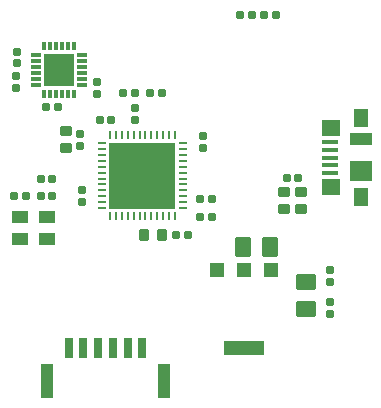
<source format=gtp>
G04*
G04 #@! TF.GenerationSoftware,Altium Limited,Altium Designer,23.8.1 (32)*
G04*
G04 Layer_Color=8421504*
%FSLAX44Y44*%
%MOMM*%
G71*
G04*
G04 #@! TF.SameCoordinates,14F6A229-880D-4016-A75C-DA76C30DB968*
G04*
G04*
G04 #@! TF.FilePolarity,Positive*
G04*
G01*
G75*
G04:AMPARAMS|DCode=15|XSize=0.6mm|YSize=0.7mm|CornerRadius=0.075mm|HoleSize=0mm|Usage=FLASHONLY|Rotation=0.000|XOffset=0mm|YOffset=0mm|HoleType=Round|Shape=RoundedRectangle|*
%AMROUNDEDRECTD15*
21,1,0.6000,0.5500,0,0,0.0*
21,1,0.4500,0.7000,0,0,0.0*
1,1,0.1500,0.2250,-0.2750*
1,1,0.1500,-0.2250,-0.2750*
1,1,0.1500,-0.2250,0.2750*
1,1,0.1500,0.2250,0.2750*
%
%ADD15ROUNDEDRECTD15*%
%ADD16O,0.8000X0.2500*%
%ADD17O,0.2500X0.8000*%
%ADD18R,5.6000X5.6000*%
G04:AMPARAMS|DCode=19|XSize=0.8mm|YSize=1mm|CornerRadius=0.1mm|HoleSize=0mm|Usage=FLASHONLY|Rotation=90.000|XOffset=0mm|YOffset=0mm|HoleType=Round|Shape=RoundedRectangle|*
%AMROUNDEDRECTD19*
21,1,0.8000,0.8000,0,0,90.0*
21,1,0.6000,1.0000,0,0,90.0*
1,1,0.2000,0.4000,0.3000*
1,1,0.2000,0.4000,-0.3000*
1,1,0.2000,-0.4000,-0.3000*
1,1,0.2000,-0.4000,0.3000*
%
%ADD19ROUNDEDRECTD19*%
G04:AMPARAMS|DCode=20|XSize=0.6mm|YSize=0.7mm|CornerRadius=0.075mm|HoleSize=0mm|Usage=FLASHONLY|Rotation=90.000|XOffset=0mm|YOffset=0mm|HoleType=Round|Shape=RoundedRectangle|*
%AMROUNDEDRECTD20*
21,1,0.6000,0.5500,0,0,90.0*
21,1,0.4500,0.7000,0,0,90.0*
1,1,0.1500,0.2750,0.2250*
1,1,0.1500,0.2750,-0.2250*
1,1,0.1500,-0.2750,-0.2250*
1,1,0.1500,-0.2750,0.2250*
%
%ADD20ROUNDEDRECTD20*%
%ADD21R,1.3000X1.6500*%
%ADD22R,1.9000X1.8000*%
%ADD23R,1.9000X1.0000*%
%ADD24R,1.5500X1.4250*%
%ADD25R,1.3800X0.4500*%
%ADD26R,1.2500X1.2500*%
%ADD27R,3.5000X1.2500*%
G04:AMPARAMS|DCode=28|XSize=1.4mm|YSize=1.7mm|CornerRadius=0.175mm|HoleSize=0mm|Usage=FLASHONLY|Rotation=270.000|XOffset=0mm|YOffset=0mm|HoleType=Round|Shape=RoundedRectangle|*
%AMROUNDEDRECTD28*
21,1,1.4000,1.3500,0,0,270.0*
21,1,1.0500,1.7000,0,0,270.0*
1,1,0.3500,-0.6750,-0.5250*
1,1,0.3500,-0.6750,0.5250*
1,1,0.3500,0.6750,0.5250*
1,1,0.3500,0.6750,-0.5250*
%
%ADD28ROUNDEDRECTD28*%
G04:AMPARAMS|DCode=29|XSize=1.4mm|YSize=1.7mm|CornerRadius=0.175mm|HoleSize=0mm|Usage=FLASHONLY|Rotation=180.000|XOffset=0mm|YOffset=0mm|HoleType=Round|Shape=RoundedRectangle|*
%AMROUNDEDRECTD29*
21,1,1.4000,1.3500,0,0,180.0*
21,1,1.0500,1.7000,0,0,180.0*
1,1,0.3500,-0.5250,0.6750*
1,1,0.3500,0.5250,0.6750*
1,1,0.3500,0.5250,-0.6750*
1,1,0.3500,-0.5250,-0.6750*
%
%ADD29ROUNDEDRECTD29*%
%ADD30R,0.3500X0.8000*%
%ADD31R,0.8500X0.3500*%
%ADD32R,2.6000X2.7000*%
G04:AMPARAMS|DCode=33|XSize=1.3mm|YSize=1.1mm|CornerRadius=0.055mm|HoleSize=0mm|Usage=FLASHONLY|Rotation=0.000|XOffset=0mm|YOffset=0mm|HoleType=Round|Shape=RoundedRectangle|*
%AMROUNDEDRECTD33*
21,1,1.3000,0.9900,0,0,0.0*
21,1,1.1900,1.1000,0,0,0.0*
1,1,0.1100,0.5950,-0.4950*
1,1,0.1100,-0.5950,-0.4950*
1,1,0.1100,-0.5950,0.4950*
1,1,0.1100,0.5950,0.4950*
%
%ADD33ROUNDEDRECTD33*%
G04:AMPARAMS|DCode=34|XSize=0.8mm|YSize=1mm|CornerRadius=0.1mm|HoleSize=0mm|Usage=FLASHONLY|Rotation=180.000|XOffset=0mm|YOffset=0mm|HoleType=Round|Shape=RoundedRectangle|*
%AMROUNDEDRECTD34*
21,1,0.8000,0.8000,0,0,180.0*
21,1,0.6000,1.0000,0,0,180.0*
1,1,0.2000,-0.3000,0.4000*
1,1,0.2000,0.3000,0.4000*
1,1,0.2000,0.3000,-0.4000*
1,1,0.2000,-0.3000,-0.4000*
%
%ADD34ROUNDEDRECTD34*%
%ADD35R,0.6500X1.7000*%
%ADD36R,1.0000X2.9000*%
D15*
X1053971Y845750D02*
D03*
X1043971D02*
D03*
X1033971Y846250D02*
D03*
X1023971D02*
D03*
X935000Y780000D02*
D03*
X925000D02*
D03*
X947500D02*
D03*
X957500D02*
D03*
X842500Y692500D02*
D03*
X832500D02*
D03*
X865000D02*
D03*
X855000D02*
D03*
X855000Y707500D02*
D03*
X865000D02*
D03*
X970000Y660000D02*
D03*
X980000D02*
D03*
X915000Y757500D02*
D03*
X905000D02*
D03*
X859500Y768000D02*
D03*
X869500D02*
D03*
X1073250Y708000D02*
D03*
X1063250D02*
D03*
X1000000Y675000D02*
D03*
X990000D02*
D03*
X1000000Y690000D02*
D03*
X990000D02*
D03*
D16*
X975270Y717510D02*
D03*
Y722510D02*
D03*
X907270Y737510D02*
D03*
Y732510D02*
D03*
Y727510D02*
D03*
Y722510D02*
D03*
Y717510D02*
D03*
Y712510D02*
D03*
Y707510D02*
D03*
Y702510D02*
D03*
Y697510D02*
D03*
Y692510D02*
D03*
Y687510D02*
D03*
Y682510D02*
D03*
X975270D02*
D03*
Y687510D02*
D03*
Y692510D02*
D03*
Y697510D02*
D03*
Y702510D02*
D03*
Y707510D02*
D03*
Y712510D02*
D03*
Y727510D02*
D03*
Y732510D02*
D03*
Y737510D02*
D03*
D17*
X913770Y676010D02*
D03*
X918770D02*
D03*
X923770D02*
D03*
X928770D02*
D03*
X933770D02*
D03*
X938770D02*
D03*
X943770D02*
D03*
X948770D02*
D03*
X953770D02*
D03*
X958770D02*
D03*
X963770D02*
D03*
X968770D02*
D03*
Y744010D02*
D03*
X963770D02*
D03*
X958770D02*
D03*
X953770D02*
D03*
X948770D02*
D03*
X943770D02*
D03*
X938770D02*
D03*
X933770D02*
D03*
X928770D02*
D03*
X923770D02*
D03*
X918770D02*
D03*
X913770D02*
D03*
D18*
X941270Y710010D02*
D03*
D19*
X876250Y748000D02*
D03*
Y733000D02*
D03*
X1061250Y696500D02*
D03*
Y681500D02*
D03*
X1075750Y696500D02*
D03*
Y681500D02*
D03*
D20*
X888750Y735500D02*
D03*
Y745500D02*
D03*
X1100000Y603250D02*
D03*
Y593250D02*
D03*
Y630000D02*
D03*
Y620000D02*
D03*
X834500Y794250D02*
D03*
Y784250D02*
D03*
X903000Y779500D02*
D03*
Y789500D02*
D03*
X890000Y697500D02*
D03*
Y687500D02*
D03*
X935000Y767500D02*
D03*
Y757500D02*
D03*
X835000Y815000D02*
D03*
Y805000D02*
D03*
X992500Y743750D02*
D03*
Y733750D02*
D03*
D21*
X1126500Y691500D02*
D03*
Y759000D02*
D03*
D22*
Y713750D02*
D03*
D23*
Y740750D02*
D03*
D24*
X1100750Y700375D02*
D03*
Y750125D02*
D03*
D25*
X1099900Y712250D02*
D03*
Y718750D02*
D03*
Y725250D02*
D03*
Y731750D02*
D03*
Y738250D02*
D03*
D26*
X1050000Y630000D02*
D03*
X1027100D02*
D03*
X1004200D02*
D03*
D27*
X1027100Y564100D02*
D03*
D28*
X1080000Y597140D02*
D03*
Y620000D02*
D03*
D29*
X1026070Y650000D02*
D03*
X1048930D02*
D03*
D30*
X883000Y819500D02*
D03*
X878000D02*
D03*
X873000D02*
D03*
X868000D02*
D03*
X863000D02*
D03*
X858000D02*
D03*
X883000Y779500D02*
D03*
X878000D02*
D03*
X873000D02*
D03*
X868000D02*
D03*
X863000D02*
D03*
X858000D02*
D03*
D31*
X850750Y812000D02*
D03*
Y807000D02*
D03*
Y802000D02*
D03*
Y797000D02*
D03*
Y792000D02*
D03*
Y787000D02*
D03*
X890250Y812000D02*
D03*
Y807000D02*
D03*
Y802000D02*
D03*
Y797000D02*
D03*
Y792000D02*
D03*
Y787000D02*
D03*
D32*
X870500Y799500D02*
D03*
D33*
X837500Y675000D02*
D03*
Y656000D02*
D03*
X860500Y675000D02*
D03*
Y656000D02*
D03*
D34*
X942500Y660000D02*
D03*
X957500D02*
D03*
D35*
X878750Y564000D02*
D03*
X891250D02*
D03*
X916250D02*
D03*
X928750D02*
D03*
X903750D02*
D03*
X941250D02*
D03*
D36*
X860250Y536000D02*
D03*
X959750D02*
D03*
M02*

</source>
